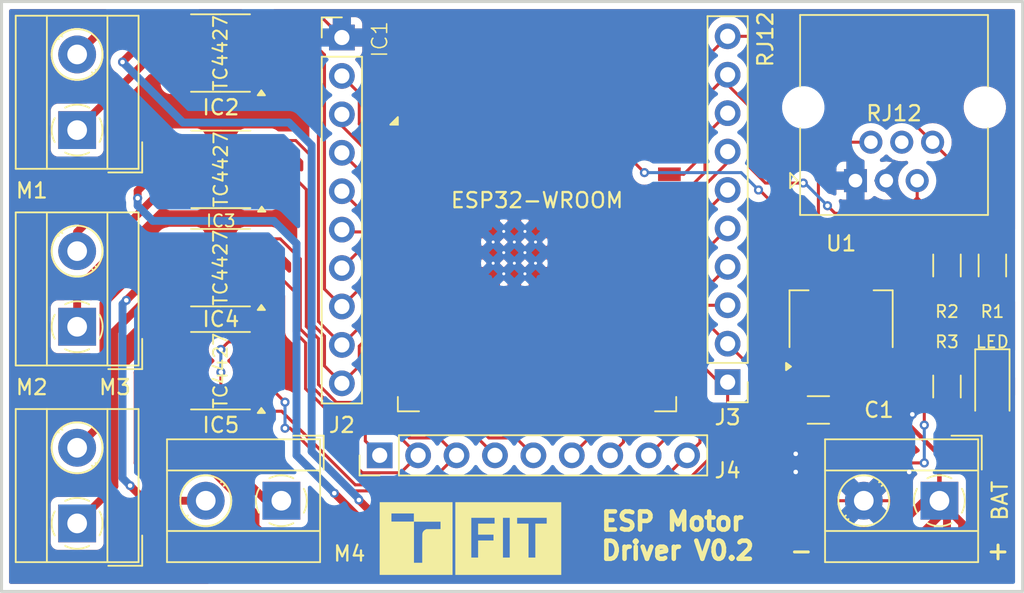
<source format=kicad_pcb>
(kicad_pcb (version 20240108) (generator "pcbnew") (generator_version "8.0")
  (layers (0 "F.Cu" signal) (31 "B.Cu" signal) (34 "B.Paste" user) (35 "F.Paste" user) (36 "B.SilkS" user "B.Silkscreen") (37 "F.SilkS" user "F.Silkscreen") (38 "B.Mask" user) (39 "F.Mask" user) (44 "Edge.Cuts" user))
  (net 0 "")
  (net 1 "GND")
  (net 2 "VCC")
  (net 3 "+3.3V")
  (net 4 "Net-(IC1-IO23)")
  (net 7 "Net-(IC1-IO14)")
  (net 9 "Net-(IC1-IO16)")
  (net 10 "Net-(IC1-IO4)")
  (net 11 "Net-(IC1-IO22)")
  (net 16 "Net-(IC2-OUTA)")
  (net 19 "Net-(IC2-OUTB)")
  (net 22 "Net-(IC3-OUTA)")
  (net 23 "Net-(IC3-OUTB)")
  (net 26 "Net-(IC4-OUTB)")
  (net 27 "Net-(IC4-OUTA)")
  (net 29 "Net-(IC5-OUTB)")
  (net 30 "Net-(IC5-OUTA)")
  (net 33 "Net-(D1-A)")
  (net 34 "Net-(IC1-IO12)")
  (net 35 "Net-(IC1-SENSOR_VN)")
  (net 36 "Net-(IC1-IO35)")
  (net 37 "Net-(IC1-IO19)")
  (net 38 "Net-(IC1-SENSOR_VP)")
  (net 39 "Net-(IC1-IO18)")
  (net 40 "Net-(IC1-EN)")
  (net 41 "Net-(IC1-IO17)")
  (net 42 "Net-(IC1-RXD0{slash}IO3)")
  (net 43 "Net-(IC1-IO5)")
  (net 44 "Net-(IC1-IO21)")
  (net 45 "Net-(IC1-TXD0{slash}IO1)")
  (net 46 "Net-(IC1-IO15)")
  (net 47 "Net-(IC1-IO2)")
  (net 48 "Net-(IC1-IO0)")
  (net 49 "Net-(IC1-IO13)")
  (net 50 "Net-(IC1-IO26)")
  (net 51 "Net-(IC1-IO33)")
  (net 52 "Net-(IC1-IO27)")
  (net 53 "Net-(IC1-IO25)")
  (net 54 "Net-(IC1-IO32)")
  (net 55 "Net-(IC1-IO34)")
  (footprint "Package_SO:SOIC-8_3.9x4.9mm_P1.27mm" (layer "F.Cu") (at 119.975 82.905 180)
    (property "Reference" "IC5" (at -0.025 -3.595 0) (layer "F.SilkS"))
    (property "Value" "TC4427" (hide yes))
    (fp_text user "TC4427" (at 0 0 270) (layer "F.SilkS") (effects (font (size 0.9 0.9) (thickness 0.13))))
    (pad "1" smd roundrect (at -2.475 -1.905 180) (size 1.95 0.6) (layers "F.Cu" "F.Paste" "F.Mask"))
    (pad "2" smd roundrect (at -2.475 -0.635 180) (size 1.95 0.6) (layers "F.Cu" "F.Paste" "F.Mask") (net 9 "Net-(IC1-IO16)"))
    (pad "3" smd roundrect (at -2.475 0.635 180) (size 1.95 0.6) (layers "F.Cu" "F.Paste" "F.Mask") (net 1 "GND"))
    (pad "4" smd roundrect (at -2.475 1.905 180) (size 1.95 0.6) (layers "F.Cu" "F.Paste" "F.Mask") (net 10 "Net-(IC1-IO4)"))
    (pad "5" smd roundrect (at 2.475 1.905 180) (size 1.95 0.6) (layers "F.Cu" "F.Paste" "F.Mask") (net 29 "Net-(IC5-OUTB)"))
    (pad "6" smd roundrect (at 2.475 0.635 180) (size 1.95 0.6) (layers "F.Cu" "F.Paste" "F.Mask") (net 2 "VCC"))
    (pad "7" smd roundrect (at 2.475 -0.635 180) (size 1.95 0.6) (layers "F.Cu" "F.Paste" "F.Mask") (net 30 "Net-(IC5-OUTA)"))
    (pad "8" smd roundrect (at 2.475 -1.905 180) (size 1.95 0.6) (layers "F.Cu" "F.Paste" "F.Mask"))
  )
  (footprint "Capacitor_SMD:C_1206_3216Metric_Pad1.33x1.80mm_HandSolder" (layer "F.Cu") (at 159.5 85.5 180)
    (property "Reference" "C1" (at -4 0 180) (layer "F.SilkS"))
    (property "Value" "22u" (hide yes))
    (pad "1" smd roundrect (at -1.5625 0 180) (size 1.325 1.8) (layers "F.Cu" "F.Paste" "F.Mask") (roundrect_rratio 0.188679) (net 3 "+3.3V"))
    (pad "2" smd roundrect (at 1.5625 0 180) (size 1.325 1.8) (layers "F.Cu" "F.Paste" "F.Mask") (roundrect_rratio 0.188679) (net 1 "GND"))
  )
  (footprint "Package_SO:SOIC-8_3.9x4.9mm_P1.27mm" (layer "F.Cu") (at 120 69.595 180)
    (property "Reference" "IC3" (at 0 -3.405 0) (layer "F.SilkS") (effects (font (size 0.8 0.8) (thickness 0.12))))
    (property "Value" "TC4427" (hide yes))
    (fp_text user "TC4427" (at 0 0 270) (layer "F.SilkS") (effects (font (size 0.9 0.9) (thickness 0.13))))
    (pad "1" smd roundrect (at -2.475 -1.905 180) (size 1.95 0.6) (layers "F.Cu" "F.Paste" "F.Mask"))
    (pad "2" smd roundrect (at -2.475 -0.635 180) (size 1.95 0.6) (layers "F.Cu" "F.Paste" "F.Mask") (net 50 "Net-(IC1-IO26)"))
    (pad "3" smd roundrect (at -2.475 0.635 180) (size 1.95 0.6) (layers "F.Cu" "F.Paste" "F.Mask") (net 1 "GND"))
    (pad "4" smd roundrect (at -2.475 1.905 180) (size 1.95 0.6) (layers "F.Cu" "F.Paste" "F.Mask") (net 53 "Net-(IC1-IO25)"))
    (pad "5" smd roundrect (at 2.475 1.905 180) (size 1.95 0.6) (layers "F.Cu" "F.Paste" "F.Mask") (net 23 "Net-(IC3-OUTB)"))
    (pad "6" smd roundrect (at 2.475 0.635 180) (size 1.95 0.6) (layers "F.Cu" "F.Paste" "F.Mask") (net 2 "VCC"))
    (pad "7" smd roundrect (at 2.475 -0.635 180) (size 1.95 0.6) (layers "F.Cu" "F.Paste" "F.Mask") (net 22 "Net-(IC3-OUTA)"))
    (pad "8" smd roundrect (at 2.475 -1.905 180) (size 1.95 0.6) (layers "F.Cu" "F.Paste" "F.Mask"))
  )
  (footprint "Connector_PinHeader_2.54mm:PinHeader_1x09_P2.54mm_Vertical" (layer "F.Cu") (at 130.5 88.5 90)
    (property "Reference" "J4" (at -1 23 0) (layer "F.SilkS"))
    (property "Value" "Conn_01x09_Pin" (hide yes))
    (pad "1" thru_hole rect (at 0 0 90) (size 1.7 1.7) (drill 1) (layers "*.Cu" "*.Mask") (net 50 "Net-(IC1-IO26)"))
    (pad "2" thru_hole oval (at 0 2.54 90) (size 1.7 1.7) (drill 1) (layers "*.Cu" "*.Mask") (net 52 "Net-(IC1-IO27)"))
    (pad "3" thru_hole oval (at 0 5.08 90) (size 1.7 1.7) (drill 1) (layers "*.Cu" "*.Mask") (net 7 "Net-(IC1-IO14)"))
    (pad "4" thru_hole oval (at 0 7.62 90) (size 1.7 1.7) (drill 1) (layers "*.Cu" "*.Mask") (net 34 "Net-(IC1-IO12)"))
    (pad "5" thru_hole oval (at 0 10.16 90) (size 1.7 1.7) (drill 1) (layers "*.Cu" "*.Mask") (net 49 "Net-(IC1-IO13)"))
    (pad "6" thru_hole oval (at 0 12.7 90) (size 1.7 1.7) (drill 1) (layers "*.Cu" "*.Mask") (net 46 "Net-(IC1-IO15)"))
    (pad "7" thru_hole oval (at 0 15.24 90) (size 1.7 1.7) (drill 1) (layers "*.Cu" "*.Mask") (net 47 "Net-(IC1-IO2)"))
    (pad "8" thru_hole oval (at 0 17.78 90) (size 1.7 1.7) (drill 1) (layers "*.Cu" "*.Mask") (net 48 "Net-(IC1-IO0)"))
    (pad "9" thru_hole oval (at 0 20.32 90) (size 1.7 1.7) (drill 1) (layers "*.Cu" "*.Mask") (net 10 "Net-(IC1-IO4)"))
  )
  (footprint "Connector_PinHeader_2.54mm:PinHeader_1x10_P2.54mm_Vertical" (layer "F.Cu") (at 153.5 83.66 180)
    (property "Reference" "J3" (at 0 -2.33 180) (layer "F.SilkS"))
    (property "Value" "Conn_01x10_Pin" (hide yes))
    (pad "1" thru_hole rect (at 0 0 180) (size 1.7 1.7) (drill 1) (layers "*.Cu" "*.Mask") (net 9 "Net-(IC1-IO16)"))
    (pad "2" thru_hole oval (at 0 2.54 180) (size 1.7 1.7) (drill 1) (layers "*.Cu" "*.Mask") (net 41 "Net-(IC1-IO17)"))
    (pad "3" thru_hole oval (at 0 5.08 180) (size 1.7 1.7) (drill 1) (layers "*.Cu" "*.Mask") (net 43 "Net-(IC1-IO5)"))
    (pad "4" thru_hole oval (at 0 7.62 180) (size 1.7 1.7) (drill 1) (layers "*.Cu" "*.Mask") (net 39 "Net-(IC1-IO18)"))
    (pad "5" thru_hole oval (at 0 10.16 180) (size 1.7 1.7) (drill 1) (layers "*.Cu" "*.Mask") (net 37 "Net-(IC1-IO19)"))
    (pad "6" thru_hole oval (at 0 12.7 180) (size 1.7 1.7) (drill 1) (layers "*.Cu" "*.Mask") (net 44 "Net-(IC1-IO21)"))
    (pad "7" thru_hole oval (at 0 15.24 180) (size 1.7 1.7) (drill 1) (layers "*.Cu" "*.Mask") (net 42 "Net-(IC1-RXD0{slash}IO3)"))
    (pad "8" thru_hole oval (at 0 17.78 180) (size 1.7 1.7) (drill 1) (layers "*.Cu" "*.Mask") (net 45 "Net-(IC1-TXD0{slash}IO1)"))
    (pad "9" thru_hole oval (at 0 20.32 180) (size 1.7 1.7) (drill 1) (layers "*.Cu" "*.Mask") (net 11 "Net-(IC1-IO22)"))
    (pad "10" thru_hole oval (at 0 22.86 180) (size 1.7 1.7) (drill 1) (layers "*.Cu" "*.Mask") (net 4 "Net-(IC1-IO23)"))
  )
  (footprint "Resistor_SMD:R_1206_3216Metric_Pad1.30x1.75mm_HandSolder" (layer "F.Cu") (at 168 75.95 -90)
    (property "Reference" "R2" (at 3.05 0 180) (layer "F.SilkS") (effects (font (size 0.8 0.8) (thickness 0.12))))
    (property "Value" "82K" (hide yes))
    (pad "1" smd roundrect (at -1.55 0 270) (size 1.3 1.75) (layers "F.Cu" "F.Paste" "F.Mask") (roundrect_rratio 0.192308) (net 11 "Net-(IC1-IO22)"))
    (pad "2" smd roundrect (at 1.55 0 270) (size 1.3 1.75) (layers "F.Cu" "F.Paste" "F.Mask") (roundrect_rratio 0.192308) (net 3 "+3.3V"))
  )
  (footprint "TerminalBlock_MetzConnect:TerminalBlock_MetzConnect_Type055_RT01502HDWU_1x02_P5.00mm_Horizontal" (layer "F.Cu") (at 110.5 80 90)
    (property "Reference" "M2" (at -4 -3 0) (layer "F.SilkS"))
    (property "Value" "Screw_Terminal_01x02" (hide yes))
    (pad "1" thru_hole rect (at 0 0 90) (size 2.5 2.5) (drill 1.3) (layers "*.Cu" "*.Mask") (net 22 "Net-(IC3-OUTA)"))
    (pad "2" thru_hole circle (at 5 0 90) (size 2.5 2.5) (drill 1.3) (layers "*.Cu" "*.Mask") (net 23 "Net-(IC3-OUTB)"))
  )
  (footprint "LED_SMD:LED_1206_3216Metric_Pad1.42x1.75mm_HandSolder" (layer "F.Cu") (at 171 83.95 -90)
    (property "Reference" "LED" (at -2.95 0 180) (layer "F.SilkS") (effects (font (size 0.8 0.8) (thickness 0.12))))
    (property "Value" "LED" (hide yes))
    (pad "1" smd roundrect (at -1.4875 0 270) (size 1.425 1.75) (layers "F.Cu" "F.Paste" "F.Mask") (roundrect_rratio 0.175439) (net 1 "GND"))
    (pad "2" smd roundrect (at 1.4875 0 270) (size 1.425 1.75) (layers "F.Cu" "F.Paste" "F.Mask") (roundrect_rratio 0.175439) (net 33 "Net-(D1-A)"))
  )
  (footprint "ESP_library:ESP32-WROOM-32E-SMALL-KEEPOUT" (layer "F.Cu") (at 140.65 88.18)
    (property "Reference" "IC1" (at -10.15 -27.18 90) (layer "F.SilkS") (effects (font (thickness 0.1))))
    (property "Value" "ESP32-WROOM-32E" (hide yes))
    (fp_text user "ESP32-WROOM" (at 0.25 -16.54 0) (layer "F.SilkS"))
    (pad "1" smd rect (at -8.5 -20.8) (size 1.5 0.9) (layers "F.Cu" "F.Paste" "F.Mask") (net 1 "GND"))
    (pad "2" smd rect (at -8.5 -19.53) (size 1.5 0.9) (layers "F.Cu" "F.Paste" "F.Mask") (net 3 "+3.3V"))
    (pad "3" smd rect (at -8.5 -18.26) (size 1.5 0.9) (layers "F.Cu" "F.Paste" "F.Mask") (net 40 "Net-(IC1-EN)"))
    (pad "4" smd rect (at -8.5 -16.99) (size 1.5 0.9) (layers "F.Cu" "F.Paste" "F.Mask") (net 38 "Net-(IC1-SENSOR_VP)"))
    (pad "5" smd rect (at -8.5 -15.72) (size 1.5 0.9) (layers "F.Cu" "F.Paste" "F.Mask") (net 35 "Net-(IC1-SENSOR_VN)"))
    (pad "6" smd rect (at -8.5 -14.45) (size 1.5 0.9) (layers "F.Cu" "F.Paste" "F.Mask") (net 55 "Net-(IC1-IO34)"))
    (pad "7" smd rect (at -8.5 -13.18) (size 1.5 0.9) (layers "F.Cu" "F.Paste" "F.Mask") (net 36 "Net-(IC1-IO35)"))
    (pad "8" smd rect (at -8.5 -11.91) (size 1.5 0.9) (layers "F.Cu" "F.Paste" "F.Mask") (net 54 "Net-(IC1-IO32)"))
    (pad "9" smd rect (at -8.5 -10.64) (size 1.5 0.9) (layers "F.Cu" "F.Paste" "F.Mask") (net 51 "Net-(IC1-IO33)"))
    (pad "10" smd rect (at -8.5 -9.37) (size 1.5 0.9) (layers "F.Cu" "F.Paste" "F.Mask") (net 53 "Net-(IC1-IO25)"))
    (pad "11" smd rect (at -8.5 -8.1) (size 1.5 0.9) (layers "F.Cu" "F.Paste" "F.Mask") (net 50 "Net-(IC1-IO26)"))
    (pad "12" smd rect (at -8.5 -6.83) (size 1.5 0.9) (layers "F.Cu" "F.Paste" "F.Mask") (net 52 "Net-(IC1-IO27)"))
    (pad "13" smd rect (at -8.5 -5.56) (size 1.5 0.9) (layers "F.Cu" "F.Paste" "F.Mask") (net 7 "Net-(IC1-IO14)"))
    (pad "14" smd rect (at -8.5 -4.29) (size 1.5 0.9) (layers "F.Cu" "F.Paste" "F.Mask") (net 34 "Net-(IC1-IO12)"))
    (pad "15" smd rect (at -5.465 -3.04 90) (size 1.5 0.9) (layers "F.Cu" "F.Paste" "F.Mask") (net 1 "GND"))
    (pad "16" smd rect (at -4.195 -3.04 90) (size 1.5 0.9) (layers "F.Cu" "F.Paste" "F.Mask") (net 49 "Net-(IC1-IO13)"))
    (pad "17" smd rect (at -2.925 -3.04 90) (size 1.5 0.9) (layers "F.Cu" "F.Paste" "F.Mask"))
    (pad "18" smd rect (at -1.655 -3.04 90) (size 1.5 0.9) (layers "F.Cu" "F.Paste" "F.Mask"))
    (pad "19" smd rect (at -0.385 -3.04 90) (size 1.5 0.9) (layers "F.Cu" "F.Paste" "F.Mask"))
    (pad "20" smd rect (at 0.885 -3.04 90) (size 1.5 0.9) (layers "F.Cu" "F.Paste" "F.Mask"))
    (pad "21" smd rect (at 2.155 -3.04 90) (size 1.5 0.9) (layers "F.Cu" "F.Paste" "F.Mask"))
    (pad "22" smd rect (at 3.425 -3.04 90) (size 1.5 0.9) (layers "F.Cu" "F.Paste" "F.Mask"))
    (pad "23" smd rect (at 4.695 -3.04 90) (size 1.5 0.9) (layers "F.Cu" "F.Paste" "F.Mask") (net 46 "Net-(IC1-IO15)"))
    (pad "24" smd rect (at 5.965 -3.04 90) (size 1.5 0.9) (layers "F.Cu" "F.Paste" "F.Mask") (net 47 "Net-(IC1-IO2)"))
    (pad "25" smd rect (at 9 -4.29) (size 1.5 0.9) (layers "F.Cu" "F.Paste" "F.Mask") (net 48 "Net-(IC1-IO0)"))
    (pad "26" smd rect (at 9 -5.56) (size 1.5 0.9) (layers "F.Cu" "F.Paste" "F.Mask") (net 10 "Net-(IC1-IO4)"))
    (pad "27" smd rect (at 9 -6.83) (size 1.5 0.9) (layers "F.Cu" "F.Paste" "F.Mask") (net 9 "Net-(IC1-IO16)"))
    (pad "28" smd rect (at 9 -8.1) (size 1.5 0.9) (layers "F.Cu" "F.Paste" "F.Mask") (net 41 "Net-(IC1-IO17)"))
    (pad "29" smd rect (at 9 -9.37) (size 1.5 0.9) (layers "F.Cu" "F.Paste" "F.Mask") (net 43 "Net-(IC1-IO5)"))
    (pad "30" smd rect (at 9 -10.64) (size 1.5 0.9) (layers "F.Cu" "F.Paste" "F.Mask") (net 39 "Net-(IC1-IO18)"))
    (pad "31" smd rect (at 9 -11.91) (size 1.5 0.9) (layers "F.Cu" "F.Paste" "F.Mask") (net 37 "Net-(IC1-IO19)"))
    (pad "32" smd rect (at 9 -13.18) (size 1.5 0.9) (layers "F.Cu" "F.Paste" "F.Mask"))
    (pad "33" smd rect (at 9 -14.45) (size 1.5 0.9) (layers "F.Cu" "F.Paste" "F.Mask") (net 44 "Net-(IC1-IO21)"))
    (pad "34" smd rect (at 9 -15.72) (size 1.5 0.9) (layers "F.Cu" "F.Paste" "F.Mask") (net 42 "Net-(IC1-RXD0{slash}IO3)"))
    (pad "35" smd rect (at 9 -16.99) (size 1.5 0.9) (layers "F.Cu" "F.Paste" "F.Mask") (net 45 "Net-(IC1-TXD0{slash}IO1)"))
    (pad "36" smd rect (at 9 -18.26) (size 1.5 0.9) (layers "F.Cu" "F.Paste" "F.Mask") (net 11 "Net-(IC1-IO22)"))
    (pad "37" smd rect (at 9 -19.53) (size 1.5 0.9) (layers "F.Cu" "F.Paste" "F.Mask") (net 4 "Net-(IC1-IO23)"))
    (pad "38" smd rect (at 9 -20.8) (size 1.5 0.9) (layers "F.Cu" "F.Paste" "F.Mask") (net 1 "GND"))
    (pad "39" smd rect (at -2.65 -14.48) (size 0.9 0.9) (layers "F.Cu" "F.Paste" "F.Mask") (net 1 "GND"))
    (pad "39" thru_hole circle (at -2.65 -13.78) (size 0.6 0.6) (drill 0.2) (layers "*.Cu" "*.Mask") (net 1 "GND"))
    (pad "39" smd rect (at -2.65 -13.08) (size 0.9 0.9) (layers "F.Cu" "F.Paste" "F.Mask") (net 1 "GND"))
    (pad "39" thru_hole circle (at -2.65 -12.38) (size 0.6 0.6) (drill 0.2) (layers "*.Cu" "*.Mask") (net 1 "GND"))
    (pad "39" smd rect (at -2.65 -11.68) (size 0.9 0.9) (layers "F.Cu" "F.Paste" "F.Mask") (net 1 "GND"))
    (pad "39" thru_hole circle (at -1.95 -14.48) (size 0.6 0.6) (drill 0.2) (layers "*.Cu" "*.Mask") (net 1 "GND"))
    (pad "39" thru_hole circle (at -1.95 -13.08) (size 0.6 0.6) (drill 0.2) (layers "*.Cu" "*.Mask") (net 1 "GND"))
    (pad "39" thru_hole circle (at -1.95 -11.68) (size 0.6 0.6) (drill 0.2) (layers "*.Cu" "*.Mask") (net 1 "GND"))
    (pad "39" smd rect (at -1.25 -14.48) (size 0.9 0.9) (layers "F.Cu" "F.Paste" "F.Mask") (net 1 "GND"))
    (pad "39" thru_hole circle (at -1.25 -13.78) (size 0.6 0.6) (drill 0.2) (layers "*.Cu" "*.Mask") (net 1 "GND"))
    (pad "39" smd rect (at -1.25 -13.08) (size 0.9 0.9) (layers "F.Cu" "F.Paste" "F.Mask") (net 1 "GND"))
    (pad "39" thru_hole circle (at -1.25 -12.38) (size 0.6 0.6) (drill 0.2) (layers "*.Cu" "*.Mask") (net 1 "GND"))
    (pad "39" smd rect (at -1.25 -11.68) (size 0.9 0.9) (layers "F.Cu" "F.Paste" "F.Mask") (net 1 "GND"))
    (pad "39" thru_hole circle (at -0.55 -14.48) (size 0.6 0.6) (drill 0.2) (layers "*.Cu" "*.Mask") (net 1 "GND"))
    (pad "39" thru_hole circle (at -0.55 -13.08) (size 0.6 0.6) (drill 0.2) (layers "*.Cu" "*.Mask") (net 1 "GND"))
    (pad "39" thru_hole circle (at -0.55 -11.68) (size 0.6 0.6) (drill 0.2) (layers "*.Cu" "*.Mask") (net 1 "GND"))
    (pad "39" smd rect (at 0.15 -14.48) (size 0.9 0.9) (layers "F.Cu" "F.Paste" "F.Mask") (net 1 "GND"))
    (pad "39" thru_hole circle (at 0.15 -13.78) (size 0.6 0.6) (drill 0.2) (layers "*.Cu" "*.Mask") (net 1 "GND"))
    (pad "39" smd rect (at 0.15 -13.08) (size 0.9 0.9) (layers "F.Cu" "F.Paste" "F.Mask") (net 1 "GND"))
    (pad "39" thru_hole circle (at 0.15 -12.38) (size 0.6 0.6) (drill 0.2) (layers "*.Cu" "*.Mask") (net 1 "GND"))
    (pad "39" smd rect (at 0.15 -11.68) (size 0.9 0.9) (layers "F.Cu" "F.Paste" "F.Mask") (net 1 "GND"))
    (zone (net 0) (net_name "") (layer "F.Cu") (connect_pads (clearance 0)) (min_thickness 0.25)
      (keepout (tracks not_allowed) (vias not_allowed) (pads not_allowed) (copperpour not_allowed) (footprints not_allowed))
      (fill (thermal_gap 0.5) (thermal_bridge_width 0.5))
      (polygon (pts (xy 131.9 59.89) (xy 149.9 59.89) (xy 149.9 66.08) (xy 131.9 66.08)))
    )
  )
  (footprint "Resistor_SMD:R_1206_3216Metric_Pad1.30x1.75mm_HandSolder" (layer "F.Cu") (at 168 83.95 -90)
    (property "Reference" "R3" (at -2.95 0 180) (layer "F.SilkS") (effects (font (size 0.8 0.8) (thickness 0.12))))
    (property "Value" "330R" (hide yes))
    (pad "1" smd roundrect (at -1.55 0 270) (size 1.3 1.75) (layers "F.Cu" "F.Paste" "F.Mask") (roundrect_rratio 0.192308) (net 41 "Net-(IC1-IO17)"))
    (pad "2" smd roundrect (at 1.55 0 270) (size 1.3 1.75) (layers "F.Cu" "F.Paste" "F.Mask") (roundrect_rratio 0.192308) (net 33 "Net-(D1-A)"))
  )
  (footprint "TerminalBlock_MetzConnect:TerminalBlock_MetzConnect_Type055_RT01502HDWU_1x02_P5.00mm_Horizontal" (layer "F.Cu") (at 167.5 91.5 180)
    (property "Reference" "BAT" (at -4 0 -90) (layer "F.SilkS"))
    (property "Value" "Screw_Terminal_01x02" (hide yes))
    (pad "1" thru_hole rect (at 0 0 180) (size 2.5 2.5) (drill 1.3) (layers "*.Cu" "*.Mask") (net 2 "VCC"))
    (pad "2" thru_hole circle (at 5 0 180) (size 2.5 2.5) (drill 1.3) (layers "*.Cu" "*.Mask") (net 1 "GND"))
  )
  (footprint "LOGO" (layer "F.Cu") (at 136.5 94)
    (property "Reference" "G***" (hide yes))
    (property "Value" "LOGO" (hide yes))
  )
  (footprint "Package_TO_SOT_SMD:SOT-223-3_TabPin2" (layer "F.Cu") (at 161 79.5 90)
    (property "Reference" "U1" (at 5 0 0) (layer "F.SilkS"))
    (property "Value" "AMS1117-3.3" (hide yes))
    (pad "1" smd roundrect (at -3.15 -2.3 90) (size 2 1.5) (layers "F.Cu" "F.Paste" "F.Mask") (net 1 "GND"))
    (pad "2" smd roundrect (at -3.15 0 90) (size 2 1.5) (layers "F.Cu" "F.Paste" "F.Mask") (net 3 "+3.3V"))
    (pad "2" smd roundrect (at 3.15 0 90) (size 2 3.8) (layers "F.Cu" "F.Paste" "F.Mask") (net 3 "+3.3V"))
    (pad "3" smd roundrect (at -3.15 2.3 90) (size 2 1.5) (layers "F.Cu" "F.Paste" "F.Mask") (net 2 "VCC"))
  )
  (footprint "Connector_RJ:RJ25_Wayconn_MJEA-660X1_Horizontal" (layer "F.Cu") (at 161.95 70.34 180)
    (property "Reference" "RJ12" (at 5.95 9.34 270) (layer "F.SilkS"))
    (property "Value" "6P6C" (hide yes))
    (fp_text user "RJ12" (at -2.55 4.445 180) (layer "F.SilkS"))
    (pad "" np_thru_hole circle (at -8.55 4.84 180) (size 2.3 2.3) (drill 2.3) (layers "*.Cu" "*.Mask"))
    (pad "" np_thru_hole circle (at 3.45 4.84 180) (size 2.3 2.3) (drill 2.3) (layers "*.Cu" "*.Mask"))
    (pad "1" thru_hole rect (at 0 0 180) (size 1.52 1.52) (drill 0.9) (layers "*.Cu" "*.Mask") (net 1 "GND"))
    (pad "2" thru_hole circle (at -1.02 2.54 180) (size 1.52 1.52) (drill 0.9) (layers "*.Cu" "*.Mask") (net 3 "+3.3V"))
    (pad "3" thru_hole circle (at -2.04 0 180) (size 1.52 1.52) (drill 0.9) (layers "*.Cu" "*.Mask") (net 1 "GND"))
    (pad "4" thru_hole circle (at -3.06 2.54 180) (size 1.52 1.52) (drill 0.9) (layers "*.Cu" "*.Mask"))
    (pad "5" thru_hole circle (at -4.08 0 180) (size 1.52 1.52) (drill 0.9) (layers "*.Cu" "*.Mask") (net 11 "Net-(IC1-IO22)"))
    (pad "6" thru_hole circle (at -5.1 2.54 180) (size 1.52 1.52) (drill 0.9) (layers "*.Cu" "*.Mask") (net 4 "Net-(IC1-IO23)"))
  )
  (footprint "Connector_PinHeader_2.54mm:PinHeader_1x10_P2.54mm_Vertical" (layer "F.Cu") (at 128 60.88)
    (property "Reference" "J2" (at 0 25.62 0) (layer "F.SilkS"))
    (property "Value" "Conn_01x10_Pin" (hide yes))
    (pad "1" thru_hole rect (at 0 0) (size 1.7 1.7) (drill 1) (layers "*.Cu" "*.Mask") (net 1 "GND"))
    (pad "2" thru_hole oval (at 0 2.54) (size 1.7 1.7) (drill 1) (layers "*.Cu" "*.Mask") (net 3 "+3.3V"))
    (pad "3" thru_hole oval (at 0 5.08) (size 1.7 1.7) (drill 1) (layers "*.Cu" "*.Mask") (net 40 "Net-(IC1-EN)"))
    (pad "4" thru_hole oval (at 0 7.62) (size 1.7 1.7) (drill 1) (layers "*.Cu" "*.Mask") (net 38 "Net-(IC1-SENSOR_VP)"))
    (pad "5" thru_hole oval (at 0 10.16) (size 1.7 1.7) (drill 1) (layers "*.Cu" "*.Mask") (net 35 "Net-(IC1-SENSOR_VN)"))
    (pad "6" thru_hole oval (at 0 12.7) (size 1.7 1.7) (drill 1) (layers "*.Cu" "*.Mask") (net 55 "Net-(IC1-IO34)"))
    (pad "7" thru_hole oval (at 0 15.24) (size 1.7 1.7) (drill 1) (layers "*.Cu" "*.Mask") (net 36 "Net-(IC1-IO35)"))
    (pad "8" thru_hole oval (at 0 17.78) (size 1.7 1.7) (drill 1) (layers "*.Cu" "*.Mask") (net 54 "Net-(IC1-IO32)"))
    (pad "9" thru_hole oval (at 0 20.32) (size 1.7 1.7) (drill 1) (layers "*.Cu" "*.Mask") (net 51 "Net-(IC1-IO33)"))
    (pad "10" thru_hole oval (at 0 22.86) (size 1.7 1.7) (drill 1) (layers "*.Cu" "*.Mask") (net 53 "Net-(IC1-IO25)"))
  )
  (footprint "Package_SO:SOIC-8_3.9x4.9mm_P1.27mm" (layer "F.Cu") (at 119.975 61.905 180)
    (property "Reference" "IC2" (at -0.025 -3.595 0) (layer "F.SilkS"))
    (property "Value" "TC4427" (hide yes))
    (fp_text user "TC4427" (at 0 0 270) (layer "F.SilkS") (effects (font (size 0.9 0.9) (thickness 0.13))))
    (pad "1" smd roundrect (at -2.475 -1.905 180) (size 1.95 0.6) (layers "F.Cu" "F.Paste" "F.Mask"))
    (pad "2" smd roundrect (at -2.475 -0.635 180) (size 1.95 0.6) (layers "F.Cu" "F.Paste" "F.Mask") (net 51 "Net-(IC1-IO33)"))
    (pad "3" smd roundrect (at -2.475 0.635 180) (size 1.95 0.6) (layers "F.Cu" "F.Paste" "F.Mask") (net 1 "GND"))
    (pad "4" smd roundrect (at -2.475 1.905 180) (size 1.95 0.6) (layers "F.Cu" "F.Paste" "F.Mask") (net 54 "Net-(IC1-IO32)"))
    (pad "5" smd roundrect (at 2.475 1.905 180) (size 1.95 0.6) (layers "F.Cu" "F.Paste" "F.Mask") (net 19 "Net-(IC2-OUTB)"))
    (pad "6" smd roundrect (at 2.475 0.635 180) (size 1.95 0.6) (layers "F.Cu" "F.Paste" "F.Mask") (net 2 "VCC"))
    (pad "7" smd roundrect (at 2.475 -0.635 180) (size 1.95 0.6) (layers "F.Cu" "F.Paste" "F.Mask") (net 16 "Net-(IC2-OUTA)"))
    (pad "8" smd roundrect (at 2.475 -1.905 180) (size 1.95 0.6) (layers "F.Cu" "F.Paste" "F.Mask"))
  )
  (footprint "TerminalBlock_MetzConnect:TerminalBlock_MetzConnect_Type055_RT01502HDWU_1x02_P5.00mm_Horizontal" (layer "F.Cu") (at 124 91.5 180)
    (property "Reference" "M4" (at -4.5 -3.5 180) (layer "F.SilkS"))
    (property "Value" "Screw_Terminal_01x02" (hide yes))
    (pad "1" thru_hole rect (at 0 0 180) (size 2.5 2.5) (drill 1.3) (layers "*.Cu" "*.Mask") (net 30 "Net-(IC5-OUTA)"))
    (pad "2" thru_hole circle (at 5 0 180) (size 2.5 2.5) (drill 1.3) (layers "*.Cu" "*.Mask") (net 29 "Net-(IC5-OUTB)"))
  )
  (footprint "TerminalBlock_MetzConnect:TerminalBlock_MetzConnect_Type055_RT01502HDWU_1x02_P5.00mm_Horizontal" (layer "F.Cu") (at 110.5 93 90)
    (property "Reference" "M3" (at 9 2.5 0) (layer "F.SilkS"))
    (property "Value" "Screw_Terminal_01x02" (hide yes))
    (pad "1" thru_hole rect (at 0 0 90) (size 2.5 2.5) (drill 1.3) (layers "*.Cu" "*.Mask") (net 27 "Net-(IC4-OUTA)"))
    (pad "2" thru_hole circle (at 5 0 90) (size 2.5 2.5) (drill 1.3) (layers "*.Cu" "*.Mask") (net 26 "Net-(IC4-OUTB)"))
  )
  (footprint "Package_SO:SOIC-8_3.9x4.9mm_P1.27mm" (layer "F.Cu") (at 119.975 76.095 180)
    (property "Reference" "IC4" (at -0.025 -3.405 0) (layer "F.SilkS"))
    (property "Value" "TC4427" (hide yes))
    (fp_text user "TC4427" (at 0 0 270) (layer "F.SilkS") (effects (font (size 0.9 0.9) (thickness 0.13))))
    (pad "1" smd roundrect (at -2.475 -1.905 180) (size 1.95 0.6) (layers "F.Cu" "F.Paste" "F.Mask"))
    (pad "2" smd roundrect (at -2.475 -0.635 180) (size 1.95 0.6) (layers "F.Cu" "F.Paste" "F.Mask") (net 7 "Net-(IC1-IO14)"))
    (pad "3" smd roundrect (at -2.475 0.635 180) (size 1.95 0.6) (layers "F.Cu" "F.Paste" "F.Mask") (net 1 "GND"))
    (pad "4" smd roundrect (at -2.475 1.905 180) (size 1.95 0.6) (layers "F.Cu" "F.Paste" "F.Mask") (net 52 "Net-(IC1-IO27)"))
    (pad "5" smd roundrect (at 2.475 1.905 180) (size 1.95 0.6) (layers "F.Cu" "F.Paste" "F.Mask") (net 26 "Net-(IC4-OUTB)"))
    (pad "6" smd roundrect (at 2.475 0.635 180) (size 1.95 0.6) (layers "F.Cu" "F.Paste" "F.Mask") (net 2 "VCC"))
    (pad "7" smd roundrect (at 2.475 -0.635 180) (size 1.95 0.6) (layers "F.Cu" "F.Paste" "F.Mask") (net 27 "Net-(IC4-OUTA)"))
    (pad "8" smd roundrect (at 2.475 -1.905 180) (size 1.95 0.6) (layers "F.Cu" "F.Paste" "F.Mask"))
  )
  (footprint "TerminalBlock_MetzConnect:TerminalBlock_MetzConnect_Type055_RT01502HDWU_1x02_P5.00mm_Horizontal" (layer "F.Cu") (at 110.5 67 90)
    (property "Reference" "M1" (at -4 -3 0) (layer "F.SilkS"))
    (property "Value" "Screw_Terminal_01x02" (hide yes))
    (pad "1" thru_hole rect (at 0 0 90) (size 2.5 2.5) (drill 1.3) (layers "*.Cu" "*.Mask") (net 16 "Net-(IC2-OUTA)"))
    (pad "2" thru_hole circle (at 5 0 90) (size 2.5 2.5) (drill 1.3) (layers "*.Cu" "*.Mask") (net 19 "Net-(IC2-OUTB)"))
  )
  (footprint "Resistor_SMD:R_1206_3216Metric_Pad1.30x1.75mm_HandSolder" (layer "F.Cu") (at 171 75.95 -90)
    (property "Reference" "R1" (at 3.05 0 180) (layer "F.SilkS") (effects (font (size 0.8 0.8) (thickness 0.12))))
    (property "Value" "82K" (hide yes))
    (pad "1" smd roundrect (at -1.55 0 270) (size 1.3 1.75) (layers "F.Cu" "F.Paste" "F.Mask") (roundrect_rratio 0.192308) (net 4 "Net-(IC1-IO23)"))
    (pad "2" smd roundrect (at 1.55 0 270) (size 1.3 1.75) (layers "F.Cu" "F.Paste" "F.Mask") (roundrect_rratio 0.192308) (net 3 "+3.3V"))
  )
  (gr_rect (start 105.5 58.5) (end 173 97.5) (stroke (width 0.2)) (fill none) (layer "Edge.Cuts"))
  (gr_text "ESP Motor \nDriver V0.2" (at 145 95.5 0) (layer "F.SilkS") (effects (font (size 1.2 1.2) (thickness 0.3) (bold yes)) (justify left bottom)))
  (gr_text "+" (at 170.5 95.5 0) (layer "F.SilkS") (effects (font (size 1.2 1.2) (thickness 0.2) (bold yes)) (justify left bottom)))
  (gr_text "-" (at 157.5 95.5 0) (layer "F.SilkS") (effects (font (size 1.2 1.2) (thickness 0.2) (bold yes)) (justify left bottom)))
  (segment (start 169.9875 81.45) (end 167.140256 81.45) (width 0.2) (layer "F.Cu") (net 1))
  (segment (start 159.9 91.5) (end 162.5 91.5) (width 0.2) (layer "F.Cu") (net 1))
  (segment (start 158 89.6) (end 159.9 91.5) (width 0.2) (layer "F.Cu") (net 1))
  (segment (start 157.9375 88.3375) (end 158 88.4) (width 0.2) (layer "F.Cu") (net 1))
  (segment (start 171 82.4625) (end 169.9875 81.45) (width 0.2) (layer "F.Cu") (net 1))
  (segment (start 165.5 90.5) (end 164.5 91.5) (width 0.2) (layer "F.Cu") (net 1))
  (segment (start 128 60.88) (end 126.52 59.4) (width 0.2) (layer "F.Cu") (net 1))
  (segment (start 165.5 89.6) (end 165.5 90.5) (width 0.2) (layer "F.Cu") (net 1))
  (segment (start 167.140256 81.45) (end 165.70962 82.880636) (width 0.2) (layer "F.Cu") (net 1))
  (segment (start 121.175 59.659448) (end 121.175 60.969999) (width 0.2) (layer "F.Cu") (net 1))
  (segment (start 157.9375 85.5) (end 157.9375 83.4125) (width 0.2) (layer "F.Cu") (net 1))
  (segment (start 121.175 60.969999) (end 121.475001 61.27) (width 0.2) (layer "F.Cu") (net 1))
  (segment (start 138.7 76.5) (end 139.4 76.5) (width 0.2) (layer "F.Cu") (net 1))
  (segment (start 121.434448 59.4) (end 121.175 59.659448) (width 0.2) (layer "F.Cu") (net 1))
  (segment (start 140.1 76.5) (end 139.4 76.5) (width 0.2) (layer "F.Cu") (net 1))
  (segment (start 157.9375 83.4125) (end 158.7 82.65) (width 0.2) (layer "F.Cu") (net 1))
  (segment (start 164.5 91.5) (end 162.5 91.5) (width 0.2) (layer "F.Cu") (net 1))
  (segment (start 157.9375 85.5) (end 157.9375 88.3375) (width 0.2) (layer "F.Cu") (net 1))
  (segment (start 165.70962 82.880636) (end 165.70962 85.79038) (width 0.2) (layer "F.Cu") (net 1))
  (segment (start 121.475001 61.27) (end 122.45 61.27) (width 0.2) (layer "F.Cu") (net 1))
  (segment (start 126.52 59.4) (end 121.434448 59.4) (width 0.2) (layer "F.Cu") (net 1))
  (via (at 165.5 89.6) (size 0.6) (drill 0.3) (layers "F.Cu" "B.Cu") (net 1))
  (via (at 158 89.6) (size 0.6) (drill 0.3) (layers "F.Cu" "B.Cu") (net 1))
  (via (at 158 88.4) (size 0.6) (drill 0.3) (layers "F.Cu" "B.Cu") (net 1))
  (via (at 165.70962 85.79038) (size 0.6) (drill 0.3) (layers "F.Cu" "B.Cu") (net 1))
  (segment (start 158 88.4) (end 158 89.6) (width 0.2) (layer "B.Cu") (net 1))
  (segment (start 165.70962 85.79038) (end 165.5 86) (width 0.2) (layer "B.Cu") (net 1))
  (segment (start 165.5 86) (end 165.5 89.6) (width 0.2) (layer "B.Cu") (net 1))
  (segment (start 119.94 96.44) (end 166.56 96.44) (width 0.52) (layer "F.Cu") (net 2))
  (segment (start 167.5 92.5) (end 167.5 91.5) (width 0.52) (layer "F.Cu") (net 2))
  (segment (start 167.5 91.5) (end 167.5 88.5) (width 0.3) (layer "F.Cu") (net 2))
  (segment (start 164.5 93.5) (end 131.175 93.5) (width 0.52) (layer "F.Cu") (net 2))
  (segment (start 169 93) (end 167.5 91.5) (width 0.52) (layer "F.Cu") (net 2))
  (segment (start 116.525001 82.27) (end 116.065 82.730001) (width 0.52) (layer "F.Cu") (net 2))
  (segment (start 127.5 91) (end 131 94.5) (width 0.52) (layer "F.Cu") (net 2))
  (segment (start 116.065 86.146694) (end 122.29 92.371694) (width 0.52) (layer "F.Cu") (net 2))
  (segment (start 113.75 78.25) (end 116.54 75.46) (width 0.52) (layer "F.Cu") (net 2))
  (segment (start 116.54 75.46) (end 117.5 75.46) (width 0.52) (layer "F.Cu") (net 2))
  (segment (start 122.29 92.371694) (end 122.29 93.21) (width 0.52) (layer "F.Cu") (net 2))
  (segment (start 122.29 93.21) (end 124.58 95.5) (width 0.52) (layer "F.Cu") (net 2))
  (segment (start 168 93.5) (end 168 92) (width 0.52) (layer "F.Cu") (net 2))
  (segment (start 114.5 71.5) (end 114.5 71.010001) (width 0.52) (layer "F.Cu") (net 2))
  (segment (start 129.125 91.45) (end 129.675 92) (width 0.52) (layer "F.Cu") (net 2))
  (segment (start 116.550001 68.96) (end 117.525 68.96) (width 0.52) (layer "F.Cu") (net 2))
  (segment (start 169 94) (end 169 93) (width 0.52) (layer "F.Cu") (net 2))
  (segment (start 117.5 61.27) (end 114.73 61.27) (width 0.52) (layer "F.Cu") (net 2))
  (segment (start 167.5 88.5) (end 163.3 84.3) (width 0.3) (layer "F.Cu") (net 2))
  (segment (start 165.5 94.5) (end 167.5 92.5) (width 0.52) (layer "F.Cu") (net 2))
  (segment (start 114 90.5) (end 119.94 96.44) (width 0.52) (layer "F.Cu") (net 2))
  (segment (start 168 92) (end 167.5 91.5) (width 0.52) (layer "F.Cu") (net 2))
  (segment (start 166.5 91.5) (end 164.5 93.5) (width 0.52) (layer "F.Cu") (net 2))
  (segment (start 116.065 82.730001) (end 116.065 86.146694) (width 0.52) (layer "F.Cu") (net 2))
  (segment (start 117.5 82.27) (end 116.525001 82.27) (width 0.52) (layer "F.Cu") (net 2))
  (segment (start 166 95.5) (end 168 93.5) (width 0.52) (layer "F.Cu") (net 2))
  (segment (start 167.5 91.5) (end 166.5 91.5) (width 0.52) (layer "F.Cu") (net 2))
  (segment (start 166.56 96.44) (end 169 94) (width 0.52) (layer "F.Cu") (net 2))
  (segment (start 131.175 93.5) (end 129.675 92) (width 0.52) (layer "F.Cu") (net 2))
  (segment (start 131 94.5) (end 165.5 94.5) (width 0.52) (layer "F.Cu") (net 2))
  (segment (start 124.58 95.5) (end 166 95.5) (width 0.52) (layer "F.Cu") (net 2))
  (segment (start 163.3 84.3) (end 163.3 82.65) (width 0.3) (layer "F.Cu") (net 2))
  (segment (start 114.73 61.27) (end 113.5 62.5) (width 0.52) (layer "F.Cu") (net 2))
  (segment (start 114.5 71.010001) (end 116.550001 68.96) (width 0.52) (layer "F.Cu") (net 2))
  (via (at 127.5 91) (size 0.6) (drill 0.3) (layers "F.Cu" "B.Cu") (net 2))
  (via (at 113.5 62.5) (size 0.6) (drill 0.3) (layers "F.Cu" "B.Cu") (net 2))
  (via (at 113.75 78.25) (size 0.6) (drill 0.3) (layers "F.Cu" "B.Cu") (net 2))
  (via (at 114.5 71.5) (size 0.6) (drill 0.3) (layers "F.Cu" "B.Cu") (net 2))
  (via (at 114 90.5) (size 0.6) (drill 0.3) (layers "F.Cu" "B.Cu") (net 2))
  (via (at 129.125 91.45) (size 0.6) (drill 0.3) (layers "F.Cu" "B.Cu") (net 2))
  (segment (start 123.5 73) (end 115.5 73) (width 0.52) (layer "B.Cu") (net 2))
  (segment (start 113.5 90) (end 114 90.5) (width 0.52) (layer "B.Cu") (net 2))
  (segment (start 125 74.5) (end 123.5 73) (width 0.52) (layer "B.Cu") (net 2))
  (segment (start 126 68) (end 126 88.25) (width 0.52) (layer "B.Cu") (net 2))
  (segment (start 113.5 78.5) (end 113.5 90) (width 0.52) (layer "B.Cu") (net 2))
  (segment (start 115.5 73) (end 114.5 72) (width 0.52) (layer "B.Cu") (net 2))
  (segment (start 127.5 91) (end 125 88.5) (width 0.52) (layer "B.Cu") (net 2))
  (segment (start 124.5 66.5) (end 126 68) (width 0.52) (layer "B.Cu") (net 2))
  (segment (start 117.5 66.5) (end 124.5 66.5) (width 0.52) (layer "B.Cu") (net 2))
  (segment (start 129.125 91.375) (end 129.125 91.45) (width 0.52) (layer "B.Cu") (net 2))
  (segment (start 113.5 62.5) (end 117.5 66.5) (width 0.52) (layer "B.Cu") (net 2))
  (segment (start 125 88.5) (end 125 74.5) (width 0.52) (layer "B.Cu") (net 2))
  (segment (start 114.5 72) (end 114.5 71.5) (width 0.52) (layer "B.Cu") (net 2))
  (segment (start 113.75 78.25) (end 113.5 78.5) (width 0.52) (layer "B.Cu") (net 2))
  (segment (start 126 88.25) (end 129.125 91.375) (width 0.52) (layer "B.Cu") (net 2))
  (segment (start 162.97 67.8) (end 161.2 67.8) (width 0.2) (layer "F.Cu") (net 3))
  (segment (start 166.45 76.35) (end 161 76.35) (width 0.2) (layer "F.Cu") (net 3))
  (segment (start 155.541587 70.958413) (end 155.608413 70.958413) (width 0.2) (layer "F.Cu") (net 3))
  (segment (start 161.0625 85.5) (end 161.0625 82.7125) (width 0.2) (layer "F.Cu") (net 3))
  (segment (start 131.2 68.65) (end 129.15 66.6) (width 0.2) (layer "F.Cu") (net 3))
  (segment (start 129.15 66.6) (end 129.15 64.57) (width 0.2) (layer "F.Cu") (net 3))
  (segment (start 148 69.81) (end 146.84 68.65) (width 0.2) (layer "F.Cu") (net 3))
  (segment (start 132.15 68.65) (end 131.2 68.65) (width 0.2) (layer "F.Cu") (net 3))
  (segment (start 159.5 74.85) (end 161 76.35) (width 0.2) (layer "F.Cu") (net 3))
  (segment (start 168 77.5) (end 167.6 77.5) (width 0.2) (layer "F.Cu") (net 3))
  (segment (start 161.2 67.8) (end 159.5 69.5) (width 0.2) (layer "F.Cu") (net 3))
  (segment (start 171 77.5) (end 168 77.5) (width 0.2) (layer "F.Cu") (net 3))
  (segment (start 129.15 64.57) (end 128 63.42) (width 0.2) (layer "F.Cu") (net 3))
  (segment (start 155.608413 70.958413) (end 161 76.35) (width 0.2) (layer "F.Cu") (net 3))
  (segment (start 146.84 68.65) (end 132.15 68.65) (width 0.2) (layer "F.Cu") (net 3))
  (segment (start 159.5 69.5) (end 159.5 74.85) (width 0.2) (layer "F.Cu") (net 3))
  (segment (start 161.0625 82.7125) (end 161 82.65) (width 0.2) (layer "F.Cu") (net 3))
  (segment (start 167.6 77.5) (end 166.45 76.35) (width 0.2) (layer "F.Cu") (net 3))
  (segment (start 161 76.35) (end 161 82.65) (width 0.2) (layer "F.Cu") (net 3))
  (via (at 155.541587 70.958413) (size 0.6) (drill 0.3) (layers "F.Cu" "B.Cu") (net 3))
  (via (at 148 69.81) (size 0.6) (drill 0.3) (layers "F.Cu" "B.Cu") (net 3))
  (segment (start 155.541587 70.958413) (end 154.393173 69.81) (width 0.2) (layer "B.Cu") (net 3))
  (segment (start 154.393173 69.81) (end 148 69.81) (width 0.2) (layer "B.Cu") (net 3))
  (segment (start 171 74.4) (end 171 71.75) (width 0.2) (layer "F.Cu") (net 4))
  (segment (start 150.18 68.65) (end 151 67.83) (width 0.2) (layer "F.Cu") (net 4))
  (segment (start 160.05 60.8) (end 153.5 60.8) (width 0.2) (layer "F.Cu") (net 4))
  (segment (start 167.05 67.8) (end 160.05 60.8) (width 0.2) (layer "F.Cu") (net 4))
  (segment (start 149.65 68.65) (end 150.18 68.65) (width 0.2) (layer "F.Cu") (net 4))
  (segment (start 151 63.3) (end 153.5 60.8) (width 0.2) (layer "F.Cu") (net 4))
  (segment (start 171 71.75) (end 167.05 67.8) (width 0.2) (layer "F.Cu") (net 4))
  (segment (start 151 67.83) (end 151 63.3) (width 0.2) (layer "F.Cu") (net 4))
  (segment (start 123.924999 76.73) (end 124.85 77.655001) (width 0.2) (layer "F.Cu") (net 7))
  (segment (start 130.4 83.1) (end 130.4 85.294314) (width 0.2) (layer "F.Cu") (net 7))
  (segment (start 128.6 87.097718) (end 128.6 89.6) (width 0.2) (layer "F.Cu") (net 7))
  (segment (start 122.95 76.73) (end 123.924999 76.73) (width 0.2) (layer "F.Cu") (net 7))
  (segment (start 125.6 84.097718) (end 128.6 87.097718) (width 0.2) (layer "F.Cu") (net 7))
  (segment (start 134.43 87.35) (end 135.58 88.5) (width 0.2) (layer "F.Cu") (net 7))
  (segment (start 134.03 90.05) (end 135.58 88.5) (width 0.2) (layer "F.Cu") (net 7))
  (segment (start 132.15 82.62) (end 130.88 82.62) (width 0.2) (layer "F.Cu") (net 7))
  (segment (start 124.85 80.312742) (end 125.6 81.062742) (width 0.2) (layer "F.Cu") (net 7))
  (segment (start 129.05 90.05) (end 134.03 90.05) (width 0.2) (layer "F.Cu") (net 7))
  (segment (start 124.85 77.655001) (end 124.85 80.312742) (width 0.2) (layer "F.Cu") (net 7))
  (segment (start 130.4 85.294314) (end 132.455686 87.35) (width 0.2) (layer "F.Cu") (net 7))
  (segment (start 132.455686 87.35) (end 134.43 87.35) (width 0.2) (layer "F.Cu") (net 7))
  (segment (start 128.6 89.6) (end 129.05 90.05) (width 0.2) (layer "F.Cu") (net 7))
  (segment (start 130.88 82.62) (end 130.4 83.1) (width 0.2) (layer "F.Cu") (net 7))
  (segment (start 125.6 81.062742) (end 125.6 84.097718) (width 0.2) (layer "F.Cu") (net 7))
  (segment (start 150.6 81.35) (end 152.91 83.66) (width 0.2) (layer "F.Cu") (net 9))
  (segment (start 149.65 81.35) (end 150.6 81.35) (width 0.2) (layer "F.Cu") (net 9))
  (segment (start 128.71863 90.85) (end 150.15 90.85) (width 0.2) (layer "F.Cu") (net 9))
  (segment (start 122.45 83.54) (end 121.475001 83.54) (width 0.2) (layer "F.Cu") (net 9))
  (segment (start 122.45 83.54) (end 122.795144 83.54) (width 0.2) (layer "F.Cu") (net 9))
  (segment (start 152.91 83.66) (end 153.5 83.66) (width 0.2) (layer "F.Cu") (net 9))
  (segment (start 153.5 87.5) (end 153.5 83.66) (width 0.2) (layer "F.Cu") (net 9))
  (segment (start 124.575737 86.707107) (end 128.71863 90.85) (width 0.2) (layer "F.Cu") (net 9))
  (segment (start 124.24 86.707107) (end 124.575737 86.707107) (width 0.2) (layer "F.Cu") (net 9))
  (segment (start 150.15 90.85) (end 153.5 87.5) (width 0.2) (layer "F.Cu") (net 9))
  (segment (start 122.795144 83.54) (end 124.24 84.984856) (width 0.2) (layer "F.Cu") (net 9))
  (via (at 124.24 86.707107) (size 0.6) (drill 0.3) (layers "F.Cu" "B.Cu") (net 9))
  (via (at 124.24 84.984856) (size 0.6) (drill 0.3) (layers "F.Cu" "B.Cu") (net 9))
  (segment (start 124.24 84.984856) (end 124.24 86.707107) (width 0.2) (layer "B.Cu") (net 9))
  (segment (start 150.82 88.5) (end 151.67 87.65) (width 0.2) (layer "F.Cu") (net 10))
  (segment (start 121.609304 85.584856) (end 124.019172 85.584856) (width 0.2) (layer "F.Cu") (net 10))
  (segment (start 128.884315 90.45) (end 148.87 90.45) (width 0.2) (layer "F.Cu") (net 10))
  (segment (start 120.5 81) (end 122.45 81) (width 0.2) (layer "F.Cu") (net 10))
  (segment (start 124.019172 85.584856) (end 128.884315 90.45) (width 0.2) (layer "F.Cu") (net 10))
  (segment (start 123.234999 81) (end 122.45 81) (width 0.2) (layer "F.Cu") (net 10))
  (segment (start 151.67 87.65) (end 151.67 83.69) (width 0.2) (layer "F.Cu") (net 10))
  (segment (start 150.6 82.62) (end 149.65 82.62) (width 0.2) (layer "F.Cu") (net 10))
  (segment (start 151.67 83.69) (end 150.6 82.62) (width 0.2) (layer "F.Cu") (net 10))
  (segment (start 120 83) (end 120 83.975552) (width 0.2) (layer "F.Cu") (net 10))
  (segment (start 120 83.975552) (end 121.609304 85.584856) (width 0.2) (layer "F.Cu") (net 10))
  (segment (start 120 81.5) (end 120.5 81) (width 0.2) (layer "F.Cu") (net 10))
  (segment (start 148.87 90.45) (end 150.82 88.5) (width 0.2) (layer "F.Cu") (net 10))
  (via (at 120 83) (size 0.6) (drill 0.3) (layers "F.Cu" "B.Cu") (net 10))
  (via (at 120 81.5) (size 0.6) (drill 0.3) (layers "F.Cu" "B.Cu") (net 10))
  (segment (start 120 83) (end 120 81.5) (width 0.2) (layer "B.Cu") (net 10))
  (segment (start 156 70.5) (end 155 69.5) (width 0.2) (layer "F.Cu") (net 11))
  (segment (start 151.4 69.12) (end 151.4 65.44) (width 0.2) (layer "F.Cu") (net 11))
  (segment (start 151.4 65.44) (end 153.5 63.34) (width 0.2) (layer "F.Cu") (net 11))
  (segment (start 166.03 71.47) (end 166.03 70.34) (width 0.2) (layer "F.Cu") (net 11))
  (segment (start 168 74.4) (end 168 73.44) (width 0.2) (layer "F.Cu") (net 11))
  (segment (start 160.6 72.5) (end 160.1 72) (width 0.2) (layer "F.Cu") (net 11))
  (segment (start 149.65 69.92) (end 150.6 69.92) (width 0.2) (layer "F.Cu") (net 11))
  (segment (start 165 72.5) (end 166.03 71.47) (width 0.2) (layer "F.Cu") (net 11))
  (segment (start 153.5 64) (end 153.5 63.34) (width 0.2) (layer "F.Cu") (net 11))
  (segment (start 155 65.5) (end 153.5 64) (width 0.2) (layer "F.Cu") (net 11))
  (segment (start 165 72.5) (end 160.6 72.5) (width 0.2) (layer "F.Cu") (net 11))
  (segment (start 150.6 69.92) (end 151.4 69.12) (width 0.2) (layer "F.Cu") (net 11))
  (segment (start 168 73.44) (end 166.03 71.47) (width 0.2) (layer "F.Cu") (net 11))
  (segment (start 155 69.5) (end 155 65.5) (width 0.2) (layer "F.Cu") (net 11))
  (segment (start 158.5 70.5) (end 156 70.5) (width 0.2) (layer "F.Cu") (net 11))
  (via (at 160.1 72) (size 0.6) (drill 0.3) (layers "F.Cu" "B.Cu") (net 11))
  (via (at 158.5 70.5) (size 0.6) (drill 0.3) (layers "F.Cu" "B.Cu") (net 11))
  (segment (start 160.1 72) (end 158.6 70.5) (width 0.2) (layer "B.Cu") (net 11))
  (segment (start 158.6 70.5) (end 158.5 70.5) (width 0.2) (layer "B.Cu") (net 11))
  (segment (start 110.5 67) (end 114.96 62.54) (width 0.52) (layer "F.Cu") (net 16))
  (segment (start 114.96 62.54) (end 117.5 62.54) (width 0.52) (layer "F.Cu") (net 16))
  (segment (start 112.5 60) (end 117.5 60) (width 0.52) (layer "F.Cu") (net 19))
  (segment (start 110.5 62) (end 112.5 60) (width 0.52) (layer "F.Cu") (net 19))
  (segment (start 113.033956 74.966044) (end 110.5 77.5) (width 0.52) (layer "F.Cu") (net 22))
  (segment (start 113.033956 74.040847) (end 113.033956 74.966044) (width 0.52) (layer "F.Cu") (net 22))
  (segment (start 116.844803 70.23) (end 113.033956 74.040847) (width 0.52) (layer "F.Cu") (net 22))
  (segment (start 117.525 70.23) (end 116.844803 70.23) (width 0.52) (layer "F.Cu") (net 22))
  (segment (start 110.5 77.5) (end 110.5 80) (width 0.52) (layer "F.Cu") (net 22))
  (segment (start 110.5 73.740001) (end 110.5 75) (width 0.52) (layer "F.Cu") (net 23))
  (segment (start 117.525 67.69) (end 116.550001 67.69) (width 0.52) (layer "F.Cu") (net 23))
  (segment (start 116.550001 67.69) (end 110.5 73.740001) (width 0.52) (layer "F.Cu") (net 23))
  (segment (start 116.525001 74.19) (end 112.24 78.475001) (width 0.52) (layer "F.Cu") (net 26))
  (segment (start 112.24 86.26) (end 110.5 88) (width 0.52) (layer "F.Cu") (net 26))
  (segment (start 112.24 78.475001) (end 112.24 86.26) (width 0.52) (layer "F.Cu") (net 26))
  (segment (start 116.525001 74.19) (end 117.5 74.19) (width 0.52) (layer "F.Cu") (net 26))
  (segment (start 117.5 76.73) (end 116.525001 76.73) (width 0.52) (layer "F.Cu") (net 27))
  (segment (start 116.525001 76.73) (end 112.96 80.295001) (width 0.52) (layer "F.Cu") (net 27))
  (segment (start 112.96 90.54) (end 110.5 93) (width 0.52) (layer "F.Cu") (net 27))
  (segment (start 112.96 80.295001) (end 112.96 90.54) (width 0.52) (layer "F.Cu") (net 27))
  (segment (start 117.5 81) (end 116.525001 81) (width 0.52) (layer "F.Cu") (net 29))
  (segment (start 114.5 83.025001) (end 114.5 89) (width 0.52) (layer "F.Cu") (net 29))
  (segment (start 117 91.5) (end 119 91.5) (width 0.52) (layer "F.Cu") (net 29))
  (segment (start 116.525001 81) (end 114.5 83.025001) (width 0.52) (layer "F.Cu") (net 29))
  (segment (start 114.5 89) (end 117 91.5) (width 0.52) (layer "F.Cu") (net 29))
  (segment (start 117.5 83.54) (end 118.474999 83.54) (width 0.52) (layer "F.Cu") (net 30))
  (segment (start 123 91.5) (end 124 91.5) (width 0.52) (layer "F.Cu") (net 30))
  (segment (start 119 87.5) (end 123 91.5) (width 0.52) (layer "F.Cu") (net 30))
  (segment (start 118.474999 83.54) (end 119 84.065001) (width 0.52) (layer "F.Cu") (net 30))
  (segment (start 119 84.065001) (end 119 87.5) (width 0.52) (layer "F.Cu") (net 30))
  (segment (start 171 85.4375) (end 168.0625 85.4375) (width 0.2) (layer "F.Cu") (net 33))
  (segment (start 168.0625 85.4375) (end 168 85.5) (width 0.2) (layer "F.Cu") (net 33))
  (segment (start 131 84) (end 131 85.328628) (width 0.2) (layer "F.Cu") (net 34))
  (segment (start 132.621372 86.95) (end 136.57 86.95) (width 0.2) (layer "F.Cu") (net 34))
  (segment (start 136.57 86.95) (end 138.12 88.5) (width 0.2) (layer "F.Cu") (net 34))
  (segment (start 131.11 83.89) (end 131 84) (width 0.2) (layer "F.Cu") (net 34))
  (segment (start 132.15 83.89) (end 131.11 83.89) (width 0.2) (layer "F.Cu") (net 34))
  (segment (start 131 85.328628) (end 132.621372 86.95) (width 0.2) (layer "F.Cu") (net 34))
  (segment (start 129.42 72.46) (end 128 71.04) (width 0.2) (layer "F.Cu") (net 35))
  (segment (start 132.15 72.46) (end 129.42 72.46) (width 0.2) (layer "F.Cu") (net 35))
  (segment (start 132.15 75) (end 129.12 75) (width 0.2) (layer "F.Cu") (net 36))
  (segment (start 129.12 75) (end 128 76.12) (width 0.2) (layer "F.Cu") (net 36))
  (segment (start 150.73 76.27) (end 153.5 73.5) (width 0.2) (layer "F.Cu") (net 37))
  (segment (start 149.65 76.27) (end 150.73 76.27) (width 0.2) (layer "F.Cu") (net 37))
  (segment (start 130.69 71.19) (end 128 68.5) (width 0.2) (layer "F.Cu") (net 38))
  (segment (start 132.15 71.19) (end 130.69 71.19) (width 0.2) (layer "F.Cu") (net 38))
  (segment (start 149.65 77.54) (end 152 77.54) (width 0.2) (layer "F.Cu") (net 39))
  (segment (start 152 77.54) (end 153.5 76.04) (width 0.2) (layer "F.Cu") (net 39))
  (segment (start 128 66.72) (end 128 65.96) (width 0.2) (layer "F.Cu") (net 40))
  (segment (start 132.15 69.92) (end 131.2 69.92) (width 0.2) (layer "F.Cu") (net 40))
  (segment (start 131.2 69.92) (end 128 66.72) (width 0.2) (layer "F.Cu") (net 40))
  (segment (start 149.65 80.08) (end 152.46 80.08) (width 0.2) (layer "F.Cu") (net 41))
  (segment (start 155.5 83.12) (end 153.5 81.12) (width 0.2) (layer "F.Cu") (net 41))
  (segment (start 168 82.4) (end 166.825 83.575) (width 0.2) (layer "F.Cu") (net 41))
  (segment (start 153.5 81.12) (end 152.46 80.08) (width 0.2) (layer "F.Cu") (net 41))
  (segment (start 166.5 83.9) (end 166.5 86.5) (width 0.2) (layer "F.Cu") (net 41))
  (segment (start 155.5 88.5) (end 155.5 83.12) (width 0.2) (layer "F.Cu") (net 41))
  (segment (start 166.825 83.575) (end 166.5 83.9) (width 0.2) (layer "F.Cu") (net 41))
  (segment (start 166.5 89) (end 156 89) (width 0.2) (layer "F.Cu") (net 41))
  (segment (start 156 89) (end 155.5 88.5) (width 0.2) (layer "F.Cu") (net 41))
  (via (at 166.5 89) (size 0.6) (drill 0.3) (layers "F.Cu" "B.Cu") (net 41))
  (via (at 166.5 86.5) (size 0.6) (drill 0.3) (layers "F.Cu" "B.Cu") (net 41))
  (segment (start 166.5 86.5) (end 166.5 89) (width 0.2) (layer "B.Cu") (net 41))
  (segment (start 150.18 72.46) (end 153.5 69.14) (width 0.2) (layer "F.Cu") (net 42))
  (segment (start 153.5 69.14) (end 153.5 68.42) (width 0.2) (layer "F.Cu") (net 42))
  (segment (start 149.65 72.46) (end 150.18 72.46) (width 0.2) (layer "F.Cu") (net 42))
  (segment (start 149.88 78.58) (end 149.65 78.81) (width 0.2) (layer "F.Cu") (net 43))
  (segment (start 153.5 78.58) (end 149.88 78.58) (width 0.2) (layer "F.Cu") (net 43))
  (segment (start 149.65 73.73) (end 150.73 73.73) (width 0.2) (layer "F.Cu") (net 44))
  (segment (start 150.73 73.73) (end 153.5 70.96) (width 0.2) (layer "F.Cu") (net 44))
  (segment (start 152 67.38) (end 153.5 65.88) (width 0.2) (layer "F.Cu") (net 45))
  (segment (start 152 69.79) (end 152 67.38) (width 0.2) (layer "F.Cu") (net 45))
  (segment (start 149.65 71.19) (end 150.6 71.19) (width 0.2) (layer "F.Cu") (net 45))
  (segment (start 150.6 71.19) (end 152 69.79) (width 0.2) (layer "F.Cu") (net 45))
  (segment (start 145.345 85.14) (end 145.345 86.355) (width 0.2) (layer "F.Cu") (net 46))
  (segment (start 145.345 86.355) (end 143.2 88.5) (width 0.2) (layer "F.Cu") (net 46))
  (segment (start 146.615 87.625) (end 145.74 88.5) (width 0.2) (layer "F.Cu") (net 47))
  (segment (start 146.615 85.14) (end 146.615 87.625) (width 0.2) (layer "F.Cu") (net 47))
  (segment (start 150.5 86.28) (end 148.28 88.5) (width 0.2) (layer "F.Cu") (net 48))
  (segment (start 150.5 84.74) (end 150.5 86.28) (width 0.2) (layer "F.Cu") (net 48))
  (segment (start 149.65 83.89) (end 150.5 84.74) (width 0.2) (layer "F.Cu") (net 48))
  (segment (start 137.715 87.35) (end 139.51 87.35) (width 0.2) (layer "F.Cu") (net 49))
  (segment (start 139.51 87.35) (end 140.66 88.5) (width 0.2) (layer "F.Cu") (net 49))
  (segment (start 136.455 85.14) (end 136.455 86.09) (width 0.2) (layer "F.Cu") (net 49))
  (segment (start 136.455 86.09) (end 137.715 87.35) (width 0.2) (layer "F.Cu") (net 49))
  (segment (start 129.55 85) (end 127.633654 85) (width 0.2) (layer "F.Cu") (net 50))
  (segment (start 130.92 80.08) (end 129.55 81.45) (width 0.2) (layer "F.Cu") (net 50))
  (segment (start 125.65 70.930001) (end 124.949999 70.23) (width 0.2) (layer "F.Cu") (net 50))
  (segment (start 124.949999 70.23) (end 122.475 70.23) (width 0.2) (layer "F.Cu") (net 50))
  (segment (start 129.55 81.45) (end 129.55 85) (width 0.2) (layer "F.Cu") (net 50))
  (segment (start 127.633654 85) (end 126.45 83.816346) (width 0.2) (layer "F.Cu") (net 50))
  (segment (start 132.15 80.08) (end 130.92 80.08) (width 0.2) (layer "F.Cu") (net 50))
  (segment (start 126.45 80.781371) (end 125.65 79.98137) (width 0.2) (layer "F.Cu") (net 50))
  (segment (start 126.45 83.816346) (end 126.45 80.781371) (width 0.2) (layer "F.Cu") (net 50))
  (segment (start 129.55 87.55) (end 130.5 88.5) (width 0.2) (layer "F.Cu") (net 50))
  (segment (start 129.55 85) (end 129.55 87.55) (width 0.2) (layer "F.Cu") (net 50))
  (segment (start 125.65 79.98137) (end 125.65 70.930001) (width 0.2) (layer "F.Cu") (net 50))
  (segment (start 126.45 64.55) (end 124.44 62.54) (width 0.2) (layer "F.Cu") (net 51))
  (segment (start 126.45 64.55) (end 126.45 79.65) (width 0.2) (layer "F.Cu") (net 51))
  (segment (start 131.66 77.54) (end 128 81.2) (width 0.2) (layer "F.Cu") (net 51))
  (segment (start 126.45 79.65) (end 128 81.2) (width 0.2) (layer "F.Cu") (net 51))
  (segment (start 132.15 77.54) (end 131.66 77.54) (width 0.2) (layer "F.Cu") (net 51))
  (segment (start 124.44 62.54) (end 122.45 62.54) (width 0.2) (layer "F.Cu") (net 51))
  (segment (start 131.89 89.65) (end 133.04 88.5) (width 0.2) (layer "F.Cu") (net 52))
  (segment (start 125.25 80.147056) (end 126 80.897057) (width 0.2) (layer "F.Cu") (net 52))
  (segment (start 130.65 81.35) (end 130 82) (width 0.2) (layer "F.Cu") (net 52))
  (segment (start 125.25 75.515001) (end 125.25 80.147056) (width 0.2) (layer "F.Cu") (net 52))
  (segment (start 126 83.932032) (end 129 86.932032) (width 0.2) (layer "F.Cu") (net 52))
  (segment (start 122.95 74.19) (end 123.924999 74.19) (width 0.2) (layer "F.Cu") (net 52))
  (segment (start 129 86.932032) (end 129 89.3) (width 0.2) (layer "F.Cu") (net 52))
  (segment (start 129 89.3) (end 129.35 89.65) (width 0.2) (layer "F.Cu") (net 52))
  (segment (start 132.15 81.35) (end 130.65 81.35) (width 0.2) (layer "F.Cu") (net 52))
  (segment (start 129.35 89.65) (end 131.89 89.65) (width 0.2) (layer "F.Cu") (net 52))
  (segment (start 123.924999 74.19) (end 125.25 75.515001) (width 0.2) (layer "F.Cu") (net 52))
  (segment (start 126 80.897057) (end 126 83.932032) (width 0.2) (layer "F.Cu") (net 52))
  (segment (start 130 82) (end 130 85.46) (width 0.2) (layer "F.Cu") (net 52))
  (segment (start 130 85.46) (end 133.04 88.5) (width 0.2) (layer "F.Cu") (net 52))
  (segment (start 132.15 78.81) (end 131.62 78.81) (width 0.2) (layer "F.Cu") (net 53))
  (segment (start 126.85 80.615685) (end 126.05 79.815685) (width 0.2) (layer "F.Cu") (net 53))
  (segment (start 128 83.74) (end 126.85 82.59) (width 0.2) (layer "F.Cu") (net 53))
  (segment (start 129.15 81.28) (end 129.15 82.59) (width 0.2) (layer "F.Cu") (net 53))
  (segment (start 126.05 79.815685) (end 126.05 68.790001) (width 0.2) (layer "F.Cu") (net 53))
  (segment (start 126.05 68.790001) (end 124.949999 67.69) (width 0.2) (layer "F.Cu") (net 53))
  (segment (start 129.15 82.59) (end 128 83.74) (width 0.2) (layer "F.Cu") (net 53))
  (segment (start 124.949999 67.69) (end 122.475 67.69) (width 0.2) (layer "F.Cu") (net 53))
  (segment (start 131.62 78.81) (end 129.15 81.28) (width 0.2) (layer "F.Cu") (net 53))
  (segment (start 126.85 82.59) (end 126.85 80.615685) (width 0.2) (layer "F.Cu") (net 53))
  (segment (start 126.85 62.020001) (end 124.829999 60) (width 0.2) (layer "F.Cu") (net 54))
  (segment (start 124.829999 60) (end 122.45 60) (width 0.2) (layer "F.Cu") (net 54))
  (segment (start 126.85 77.51) (end 128 78.66) (width 0.2) (layer "F.Cu") (net 54))
  (segment (start 132.15 76.27) (end 130.39 76.27) (width 0.2) (layer "F.Cu") (net 54))
  (segment (start 126.85 62.020001) (end 126.85 77.51) (width 0.2) (layer "F.Cu") (net 54))
  (segment (start 130.39 76.27) (end 128 78.66) (width 0.2) (layer "F.Cu") (net 54))
  (segment (start 132.15 73.73) (end 128.15 73.73) (width 0.2) (layer "F.Cu") (net 55))
  (segment (start 128.15 73.73) (end 128 73.58) (width 0.2) (layer "F.Cu") (net 55))
  (zone (net 3) (net_name "+3.3V") (layer "F.Cu") (priority 1) (connect_pads (clearance 0.5)) (min_thickness 0.25) (fill yes (thermal_gap 0.5) (thermal_bridge_width 2.5))
    (polygon (pts (xy 166.5 73) (xy 155.5 73) (xy 155.5 89.5) (xy 166.5 89.5)))
  )
  (zone (net 1) (net_name "GND") (layers "F&B.Cu") (connect_pads (clearance 0.5)) (min_thickness 0.25) (fill yes (thermal_gap 0.5) (thermal_bridge_width 1.2))
    (polygon (pts (xy 173 58.5) (xy 105.5 58.5) (xy 105.5 97.5) (xy 173 97.5)))
  )
)
</source>
